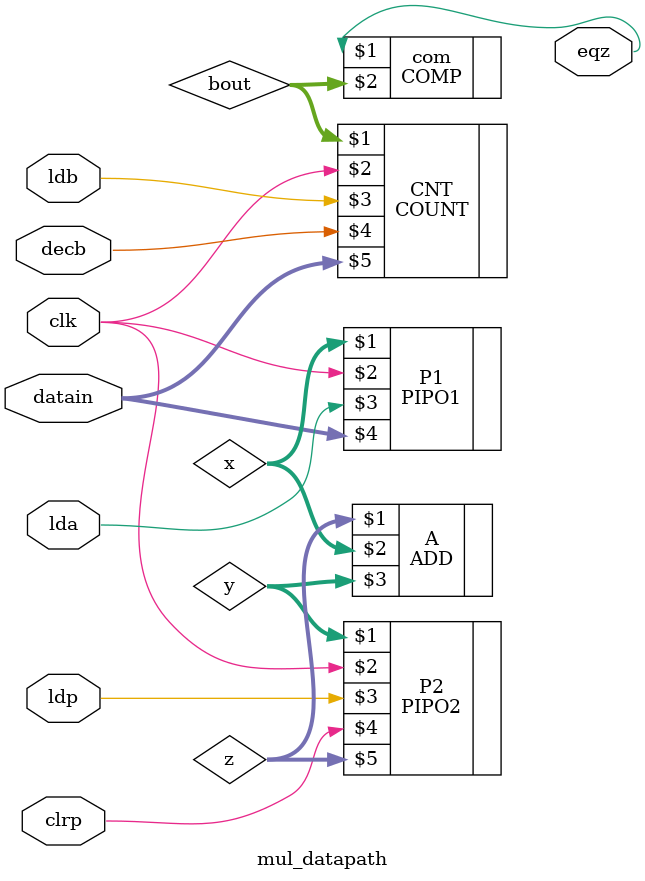
<source format=v>
module mul_datapath(eqz, clk, lda, ldb, ldp, clrp, decb, datain);
    input clk, lda, ldb, ldp, clrp, decb;
    input [15:0] datain;
    wire [15:0]x, y, z, bout;
    output eqz;
    PIPO1 P1(x, clk, lda, datain);
    PIPO2 P2(y, clk, ldp, clrp, z);
    ADD A(z, x, y);
    COUNT CNT(bout, clk, ldb, decb, datain);
    COMP com(eqz, bout);
endmodule

</source>
